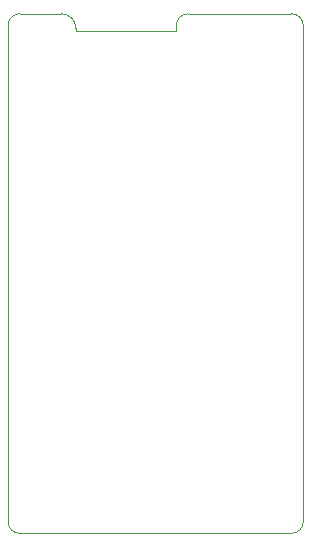
<source format=gbr>
G04 #@! TF.FileFunction,Profile,NP*
%FSLAX46Y46*%
G04 Gerber Fmt 4.6, Leading zero omitted, Abs format (unit mm)*
G04 Created by KiCad (PCBNEW 4.0.2-stable) date Lundi 27 juin 2016 03:17:05*
%MOMM*%
G01*
G04 APERTURE LIST*
%ADD10C,0.100000*%
G04 APERTURE END LIST*
D10*
X62250000Y-35000000D02*
X62250000Y-34500000D01*
X53750000Y-35000000D02*
X62250000Y-35000000D01*
X53750000Y-34750000D02*
X53750000Y-35000000D01*
X49000000Y-33500000D02*
X52500000Y-33500000D01*
X63250000Y-33500000D02*
X72000000Y-33500000D01*
X63250000Y-33500000D02*
G75*
G03X62250000Y-34500000I0J-1000000D01*
G01*
X53750000Y-34750000D02*
G75*
G03X52500000Y-33500000I-1250000J0D01*
G01*
X48000000Y-34500000D02*
X48000000Y-76500000D01*
X73000000Y-76500000D02*
X73000000Y-34500000D01*
X49000000Y-77500000D02*
X72000000Y-77500000D01*
X48000000Y-76500000D02*
G75*
G03X49000000Y-77500000I1000000J0D01*
G01*
X72000000Y-77500000D02*
G75*
G03X73000000Y-76500000I0J1000000D01*
G01*
X73000000Y-34500000D02*
G75*
G03X72000000Y-33500000I-1000000J0D01*
G01*
X49000000Y-33500000D02*
G75*
G03X48000000Y-34500000I0J-1000000D01*
G01*
M02*

</source>
